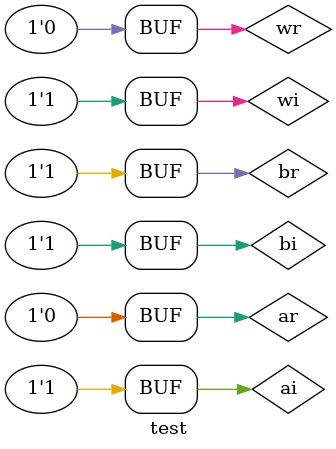
<source format=v>
module multiply(a,b,c);
input a,b;
output c;
reg c;
always @(*)
begin
c = a*b;
end
endmodule


module twobutterfly(ar,ai,br,bi,wi,wr,xr,yr,xi,yi);
input ar,ai,br,bi,wi,wr;
output xr,yr,xi,yi;
wire d1,d2,d3,d4;
wire c1,c2,c3,c4;
reg  xr,yr,xi,yi;
multiply m1(bi,wi,c1);
multiply m2(br,wr,c2);
multiply m3(br,wi,c3);
multiply m4(bi,wr,c4);
		assign d1 = c2 - c1;
		assign d2 = c2 - c1;
		assign d3 = c4 + c3;
		assign d4 = c4 + c3;
		always @(*)
		begin
		 xr = d1 + ar;
		 yr = d2 + ar;
		 xi = d3 + ai;
		 yi = d4 + ai;
		end
//		end
initial begin
$monitor("%d %d %d %d",xr,yr,xi,yi);
end
endmodule

module test;
reg ar,ai,br,bi,wi,wr;
wire xr,yr,xi,yi;
twobutterfly b1(ar,ai,br,bi,wi,wr,xr,yr,xi,yi);
initial begin
ar = 0;ai=0;br = 0;bi=0;wi = 1;wr=0;
#5 ar = 1;ai =1;br = 0;bi = 1;
#5 ar = 0; 
#5 br = 1;
end
endmodule

/*module test;
reg a,b;
wire c;
multiply m1(a,b,c);
initial begin
a = 0;b=1;
//$monitor($time," %d %d %d",a,b,c);
#5 a = 1;b=1;
#5 a=1;b=0;
#5 a=1;b=1;
end
endmodule*/



</source>
